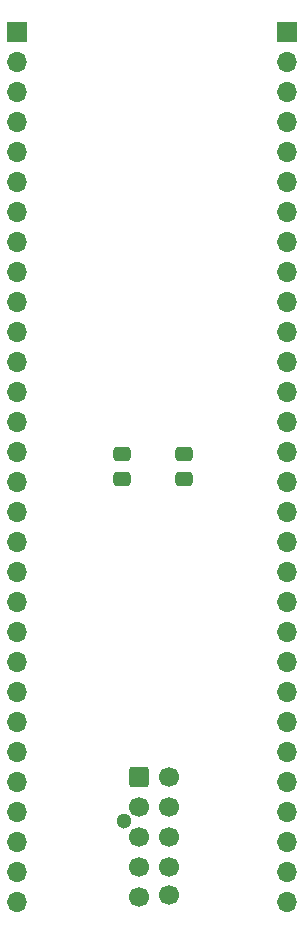
<source format=gbr>
%TF.GenerationSoftware,KiCad,Pcbnew,7.0.6-0*%
%TF.CreationDate,2023-07-17T22:06:51-07:00*%
%TF.ProjectId,84CP01,38344350-3031-42e6-9b69-6361645f7063,rev?*%
%TF.SameCoordinates,Original*%
%TF.FileFunction,Soldermask,Bot*%
%TF.FilePolarity,Negative*%
%FSLAX46Y46*%
G04 Gerber Fmt 4.6, Leading zero omitted, Abs format (unit mm)*
G04 Created by KiCad (PCBNEW 7.0.6-0) date 2023-07-17 22:06:51*
%MOMM*%
%LPD*%
G01*
G04 APERTURE LIST*
G04 Aperture macros list*
%AMRoundRect*
0 Rectangle with rounded corners*
0 $1 Rounding radius*
0 $2 $3 $4 $5 $6 $7 $8 $9 X,Y pos of 4 corners*
0 Add a 4 corners polygon primitive as box body*
4,1,4,$2,$3,$4,$5,$6,$7,$8,$9,$2,$3,0*
0 Add four circle primitives for the rounded corners*
1,1,$1+$1,$2,$3*
1,1,$1+$1,$4,$5*
1,1,$1+$1,$6,$7*
1,1,$1+$1,$8,$9*
0 Add four rect primitives between the rounded corners*
20,1,$1+$1,$2,$3,$4,$5,0*
20,1,$1+$1,$4,$5,$6,$7,0*
20,1,$1+$1,$6,$7,$8,$9,0*
20,1,$1+$1,$8,$9,$2,$3,0*%
G04 Aperture macros list end*
%ADD10C,1.300000*%
%ADD11RoundRect,0.250000X-0.600000X-0.600000X0.600000X-0.600000X0.600000X0.600000X-0.600000X0.600000X0*%
%ADD12C,1.700000*%
%ADD13RoundRect,0.250000X-0.475000X0.337500X-0.475000X-0.337500X0.475000X-0.337500X0.475000X0.337500X0*%
%ADD14R,1.700000X1.700000*%
%ADD15O,1.700000X1.700000*%
G04 APERTURE END LIST*
D10*
%TO.C,J2*%
X106790000Y-119654000D03*
D11*
X108130000Y-115904000D03*
D12*
X110670000Y-115904000D03*
X108130000Y-118444000D03*
X110670000Y-118444000D03*
X108130000Y-120984000D03*
X110670000Y-120984000D03*
X108130000Y-123524000D03*
X110630000Y-123524000D03*
X108130000Y-126064000D03*
X110630000Y-125904000D03*
%TD*%
D13*
%TO.C,C2*%
X106680000Y-88603000D03*
X106680000Y-90678000D03*
%TD*%
%TO.C,C1*%
X111887000Y-88624500D03*
X111887000Y-90699500D03*
%TD*%
D14*
%TO.C,J3*%
X120650000Y-52832000D03*
D15*
X120650000Y-55372000D03*
X120650000Y-57912000D03*
X120650000Y-60452000D03*
X120650000Y-62992000D03*
X120650000Y-65532000D03*
X120650000Y-68072000D03*
X120650000Y-70612000D03*
X120650000Y-73152000D03*
X120650000Y-75692000D03*
X120650000Y-78232000D03*
X120650000Y-80772000D03*
X120650000Y-83312000D03*
X120650000Y-85852000D03*
X120650000Y-88392000D03*
X120650000Y-90932000D03*
X120650000Y-93472000D03*
X120650000Y-96012000D03*
X120650000Y-98552000D03*
X120650000Y-101092000D03*
X120650000Y-103632000D03*
X120650000Y-106172000D03*
X120650000Y-108712000D03*
X120650000Y-111252000D03*
X120650000Y-113792000D03*
X120650000Y-116332000D03*
X120650000Y-118872000D03*
X120650000Y-121412000D03*
X120650000Y-123952000D03*
X120650000Y-126492000D03*
%TD*%
D14*
%TO.C,J1*%
X97790000Y-52832000D03*
D15*
X97790000Y-55372000D03*
X97790000Y-57912000D03*
X97790000Y-60452000D03*
X97790000Y-62992000D03*
X97790000Y-65532000D03*
X97790000Y-68072000D03*
X97790000Y-70612000D03*
X97790000Y-73152000D03*
X97790000Y-75692000D03*
X97790000Y-78232000D03*
X97790000Y-80772000D03*
X97790000Y-83312000D03*
X97790000Y-85852000D03*
X97790000Y-88392000D03*
X97790000Y-90932000D03*
X97790000Y-93472000D03*
X97790000Y-96012000D03*
X97790000Y-98552000D03*
X97790000Y-101092000D03*
X97790000Y-103632000D03*
X97790000Y-106172000D03*
X97790000Y-108712000D03*
X97790000Y-111252000D03*
X97790000Y-113792000D03*
X97790000Y-116332000D03*
X97790000Y-118872000D03*
X97790000Y-121412000D03*
X97790000Y-123952000D03*
X97790000Y-126492000D03*
%TD*%
M02*

</source>
